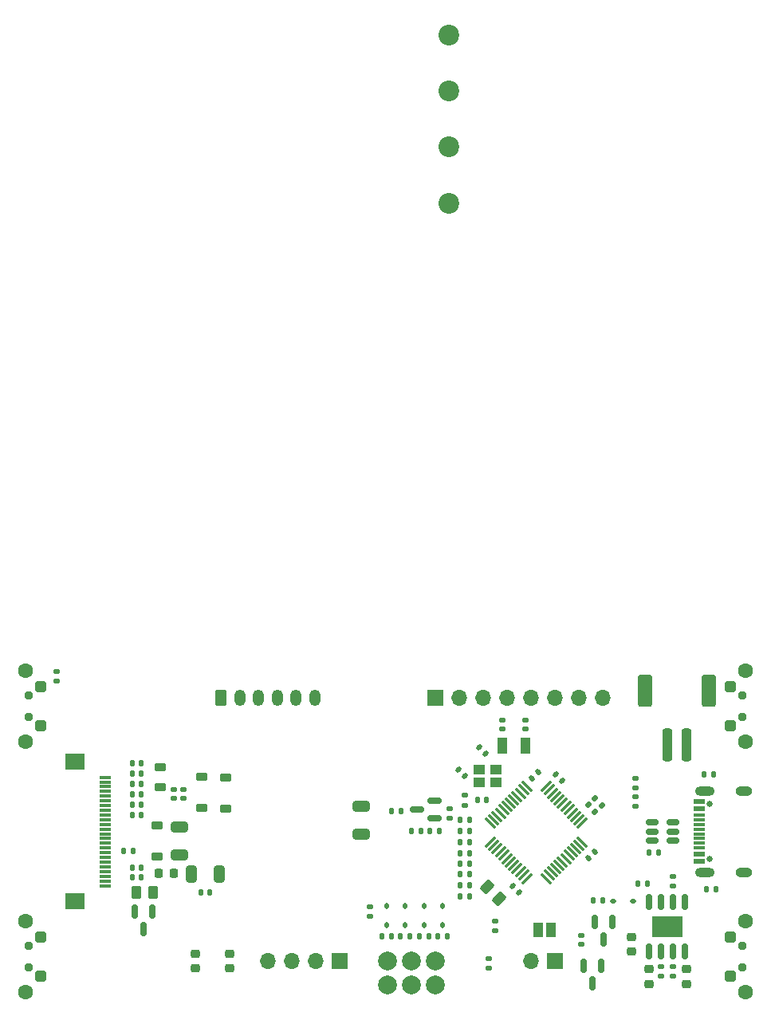
<source format=gbr>
%TF.GenerationSoftware,KiCad,Pcbnew,7.0.5*%
%TF.CreationDate,2023-10-22T09:55:20+02:00*%
%TF.ProjectId,USB E-Ink thing,55534220-452d-4496-9e6b-207468696e67,rev?*%
%TF.SameCoordinates,Original*%
%TF.FileFunction,Soldermask,Top*%
%TF.FilePolarity,Negative*%
%FSLAX46Y46*%
G04 Gerber Fmt 4.6, Leading zero omitted, Abs format (unit mm)*
G04 Created by KiCad (PCBNEW 7.0.5) date 2023-10-22 09:55:20*
%MOMM*%
%LPD*%
G01*
G04 APERTURE LIST*
G04 Aperture macros list*
%AMRoundRect*
0 Rectangle with rounded corners*
0 $1 Rounding radius*
0 $2 $3 $4 $5 $6 $7 $8 $9 X,Y pos of 4 corners*
0 Add a 4 corners polygon primitive as box body*
4,1,4,$2,$3,$4,$5,$6,$7,$8,$9,$2,$3,0*
0 Add four circle primitives for the rounded corners*
1,1,$1+$1,$2,$3*
1,1,$1+$1,$4,$5*
1,1,$1+$1,$6,$7*
1,1,$1+$1,$8,$9*
0 Add four rect primitives between the rounded corners*
20,1,$1+$1,$2,$3,$4,$5,0*
20,1,$1+$1,$4,$5,$6,$7,0*
20,1,$1+$1,$6,$7,$8,$9,0*
20,1,$1+$1,$8,$9,$2,$3,0*%
G04 Aperture macros list end*
%ADD10RoundRect,0.135000X0.135000X0.185000X-0.135000X0.185000X-0.135000X-0.185000X0.135000X-0.185000X0*%
%ADD11RoundRect,0.135000X-0.135000X-0.185000X0.135000X-0.185000X0.135000X0.185000X-0.135000X0.185000X0*%
%ADD12C,0.950000*%
%ADD13C,1.600000*%
%ADD14RoundRect,0.300000X-0.300000X-0.300000X0.300000X-0.300000X0.300000X0.300000X-0.300000X0.300000X0*%
%ADD15RoundRect,0.300000X0.300000X0.300000X-0.300000X0.300000X-0.300000X-0.300000X0.300000X-0.300000X0*%
%ADD16RoundRect,0.140000X-0.219203X-0.021213X-0.021213X-0.219203X0.219203X0.021213X0.021213X0.219203X0*%
%ADD17RoundRect,0.140000X-0.140000X-0.170000X0.140000X-0.170000X0.140000X0.170000X-0.140000X0.170000X0*%
%ADD18C,2.200000*%
%ADD19RoundRect,0.250000X0.650000X-0.325000X0.650000X0.325000X-0.650000X0.325000X-0.650000X-0.325000X0*%
%ADD20RoundRect,0.225000X0.375000X-0.225000X0.375000X0.225000X-0.375000X0.225000X-0.375000X-0.225000X0*%
%ADD21RoundRect,0.140000X0.219203X0.021213X0.021213X0.219203X-0.219203X-0.021213X-0.021213X-0.219203X0*%
%ADD22RoundRect,0.075000X-0.521491X0.415425X0.415425X-0.521491X0.521491X-0.415425X-0.415425X0.521491X0*%
%ADD23RoundRect,0.075000X-0.521491X-0.415425X-0.415425X-0.521491X0.521491X0.415425X0.415425X0.521491X0*%
%ADD24RoundRect,0.140000X-0.170000X0.140000X-0.170000X-0.140000X0.170000X-0.140000X0.170000X0.140000X0*%
%ADD25C,2.000000*%
%ADD26R,1.000000X1.800000*%
%ADD27RoundRect,0.150000X-0.150000X0.675000X-0.150000X-0.675000X0.150000X-0.675000X0.150000X0.675000X0*%
%ADD28C,0.800000*%
%ADD29R,3.292000X2.313000*%
%ADD30RoundRect,0.135000X-0.226274X-0.035355X-0.035355X-0.226274X0.226274X0.035355X0.035355X0.226274X0*%
%ADD31RoundRect,0.218750X-0.256250X0.218750X-0.256250X-0.218750X0.256250X-0.218750X0.256250X0.218750X0*%
%ADD32RoundRect,0.150000X0.587500X0.150000X-0.587500X0.150000X-0.587500X-0.150000X0.587500X-0.150000X0*%
%ADD33RoundRect,0.135000X0.226274X0.035355X0.035355X0.226274X-0.226274X-0.035355X-0.035355X-0.226274X0*%
%ADD34RoundRect,0.150000X-0.150000X0.587500X-0.150000X-0.587500X0.150000X-0.587500X0.150000X0.587500X0*%
%ADD35RoundRect,0.112500X-0.112500X0.187500X-0.112500X-0.187500X0.112500X-0.187500X0.112500X0.187500X0*%
%ADD36RoundRect,0.140000X0.170000X-0.140000X0.170000X0.140000X-0.170000X0.140000X-0.170000X-0.140000X0*%
%ADD37RoundRect,0.250000X0.262500X0.450000X-0.262500X0.450000X-0.262500X-0.450000X0.262500X-0.450000X0*%
%ADD38RoundRect,0.135000X0.185000X-0.135000X0.185000X0.135000X-0.185000X0.135000X-0.185000X-0.135000X0*%
%ADD39R,1.700000X1.700000*%
%ADD40O,1.700000X1.700000*%
%ADD41RoundRect,0.140000X0.140000X0.170000X-0.140000X0.170000X-0.140000X-0.170000X0.140000X-0.170000X0*%
%ADD42R,1.000000X1.500000*%
%ADD43RoundRect,0.140000X0.021213X-0.219203X0.219203X-0.021213X-0.021213X0.219203X-0.219203X0.021213X0*%
%ADD44RoundRect,0.135000X-0.185000X0.135000X-0.185000X-0.135000X0.185000X-0.135000X0.185000X0.135000X0*%
%ADD45RoundRect,0.225000X0.250000X-0.225000X0.250000X0.225000X-0.250000X0.225000X-0.250000X-0.225000X0*%
%ADD46C,0.650000*%
%ADD47R,1.240000X0.600000*%
%ADD48R,1.240000X0.300000*%
%ADD49O,2.100000X1.000000*%
%ADD50O,1.800000X1.000000*%
%ADD51RoundRect,0.250000X-0.350000X-0.625000X0.350000X-0.625000X0.350000X0.625000X-0.350000X0.625000X0*%
%ADD52O,1.200000X1.750000*%
%ADD53RoundRect,0.250000X-0.503814X-0.132583X-0.132583X-0.503814X0.503814X0.132583X0.132583X0.503814X0*%
%ADD54RoundRect,0.218750X-0.218750X-0.256250X0.218750X-0.256250X0.218750X0.256250X-0.218750X0.256250X0*%
%ADD55RoundRect,0.225000X-0.375000X0.225000X-0.375000X-0.225000X0.375000X-0.225000X0.375000X0.225000X0*%
%ADD56RoundRect,0.150000X0.512500X0.150000X-0.512500X0.150000X-0.512500X-0.150000X0.512500X-0.150000X0*%
%ADD57RoundRect,0.218750X0.256250X-0.218750X0.256250X0.218750X-0.256250X0.218750X-0.256250X-0.218750X0*%
%ADD58RoundRect,0.140000X-0.021213X0.219203X-0.219203X0.021213X0.021213X-0.219203X0.219203X-0.021213X0*%
%ADD59R,2.000000X1.800000*%
%ADD60R,1.200000X0.300000*%
%ADD61RoundRect,0.218750X0.381250X-0.218750X0.381250X0.218750X-0.381250X0.218750X-0.381250X-0.218750X0*%
%ADD62RoundRect,0.250000X0.250000X1.500000X-0.250000X1.500000X-0.250000X-1.500000X0.250000X-1.500000X0*%
%ADD63RoundRect,0.250001X0.499999X1.449999X-0.499999X1.449999X-0.499999X-1.449999X0.499999X-1.449999X0*%
%ADD64RoundRect,0.250000X-0.325000X-0.650000X0.325000X-0.650000X0.325000X0.650000X-0.325000X0.650000X0*%
%ADD65RoundRect,0.112500X-0.187500X-0.112500X0.187500X-0.112500X0.187500X0.112500X-0.187500X0.112500X0*%
%ADD66R,1.150000X1.000000*%
G04 APERTURE END LIST*
D10*
%TO.C,R24*%
X148420000Y-118300000D03*
X147400000Y-118300000D03*
%TD*%
%TO.C,R26*%
X148420000Y-117130000D03*
X147400000Y-117130000D03*
%TD*%
D11*
%TO.C,R11*%
X144200000Y-118275000D03*
X145220000Y-118275000D03*
%TD*%
D12*
%TO.C,SW3*%
X177400000Y-103900000D03*
X177400000Y-106200000D03*
D13*
X177700000Y-101300000D03*
X177700000Y-108800000D03*
D14*
X176100000Y-107150000D03*
D15*
X176100000Y-102950000D03*
%TD*%
D11*
%TO.C,R3*%
X145050000Y-129470000D03*
X146070000Y-129470000D03*
%TD*%
D10*
%TO.C,R15*%
X174570000Y-124500000D03*
X173550000Y-124500000D03*
%TD*%
D16*
%TO.C,C5*%
X157560589Y-112300589D03*
X158239411Y-112979411D03*
%TD*%
D17*
%TO.C,C16*%
X112600000Y-116600000D03*
X113560000Y-116600000D03*
%TD*%
D18*
%TO.C,H3*%
X146202500Y-45680000D03*
%TD*%
D17*
%TO.C,C6*%
X149250000Y-115010000D03*
X150210000Y-115010000D03*
%TD*%
D19*
%TO.C,TH1*%
X136880000Y-118665000D03*
X136880000Y-115715000D03*
%TD*%
D20*
%TO.C,D11*%
X119960000Y-115865000D03*
X119960000Y-112565000D03*
%TD*%
D21*
%TO.C,C2*%
X147910000Y-112460000D03*
X147231178Y-111781178D03*
%TD*%
D22*
%TO.C,U1*%
X154511212Y-113572124D03*
X154157658Y-113925678D03*
X153804105Y-114279231D03*
X153450551Y-114632785D03*
X153096998Y-114986338D03*
X152743445Y-115339891D03*
X152389891Y-115693445D03*
X152036338Y-116046998D03*
X151682785Y-116400551D03*
X151329231Y-116754105D03*
X150975678Y-117107658D03*
X150622124Y-117461212D03*
D23*
X150622124Y-119458788D03*
X150975678Y-119812342D03*
X151329231Y-120165895D03*
X151682785Y-120519449D03*
X152036338Y-120873002D03*
X152389891Y-121226555D03*
X152743445Y-121580109D03*
X153096998Y-121933662D03*
X153450551Y-122287215D03*
X153804105Y-122640769D03*
X154157658Y-122994322D03*
X154511212Y-123347876D03*
D22*
X156508788Y-123347876D03*
X156862342Y-122994322D03*
X157215895Y-122640769D03*
X157569449Y-122287215D03*
X157923002Y-121933662D03*
X158276555Y-121580109D03*
X158630109Y-121226555D03*
X158983662Y-120873002D03*
X159337215Y-120519449D03*
X159690769Y-120165895D03*
X160044322Y-119812342D03*
X160397876Y-119458788D03*
D23*
X160397876Y-117461212D03*
X160044322Y-117107658D03*
X159690769Y-116754105D03*
X159337215Y-116400551D03*
X158983662Y-116046998D03*
X158630109Y-115693445D03*
X158276555Y-115339891D03*
X157923002Y-114986338D03*
X157569449Y-114632785D03*
X157215895Y-114279231D03*
X156862342Y-113925678D03*
X156508788Y-113572124D03*
%TD*%
D24*
%TO.C,C25*%
X118040000Y-113890000D03*
X118040000Y-114850000D03*
%TD*%
D25*
%TO.C,J5*%
X139700000Y-132080000D03*
X142240000Y-132080000D03*
X144780000Y-132080000D03*
X144780000Y-134620000D03*
X142240000Y-134620000D03*
X139700000Y-134620000D03*
%TD*%
D26*
%TO.C,Y2*%
X151849411Y-109199411D03*
X154349411Y-109199411D03*
%TD*%
D21*
%TO.C,C7*%
X153709411Y-124789411D03*
X153030589Y-124110589D03*
%TD*%
D27*
%TO.C,U3*%
X171315000Y-125835000D03*
X170045000Y-125835000D03*
X168775000Y-125835000D03*
X167505000Y-125835000D03*
X167505000Y-131085000D03*
X168775000Y-131085000D03*
X170045000Y-131085000D03*
X171315000Y-131085000D03*
D28*
X170410000Y-127960000D03*
X169410000Y-127960000D03*
X168410000Y-127960000D03*
D29*
X169410000Y-128460000D03*
X169410000Y-128460000D03*
D28*
X170410000Y-128960000D03*
X169410000Y-128960000D03*
X168410000Y-128960000D03*
%TD*%
D30*
%TO.C,R14*%
X161719376Y-114849376D03*
X162440624Y-115570624D03*
%TD*%
D31*
%TO.C,D8*%
X171450000Y-132962500D03*
X171450000Y-134537500D03*
%TD*%
D32*
%TO.C,Q1*%
X144710000Y-116950000D03*
X144710000Y-115050000D03*
X142835000Y-116000000D03*
%TD*%
D12*
%TO.C,SW4*%
X177400000Y-130500000D03*
X177400000Y-132800000D03*
D13*
X177700000Y-127900000D03*
X177700000Y-135400000D03*
D14*
X176100000Y-133750000D03*
D15*
X176100000Y-129550000D03*
%TD*%
D33*
%TO.C,R13*%
X161740624Y-116250624D03*
X161019376Y-115529376D03*
%TD*%
D34*
%TO.C,U4*%
X162400000Y-132592500D03*
X160500000Y-132592500D03*
X161450000Y-134467500D03*
%TD*%
D35*
%TO.C,D6*%
X143570000Y-126220000D03*
X143570000Y-128320000D03*
%TD*%
D36*
%TO.C,C12*%
X160280000Y-130340000D03*
X160280000Y-129380000D03*
%TD*%
D10*
%TO.C,R27*%
X148420000Y-120640000D03*
X147400000Y-120640000D03*
%TD*%
%TO.C,R5*%
X148420000Y-124080000D03*
X147400000Y-124080000D03*
%TD*%
D36*
%TO.C,C4*%
X151849411Y-107460000D03*
X151849411Y-106500000D03*
%TD*%
D18*
%TO.C,H4*%
X146202500Y-51630000D03*
%TD*%
D37*
%TO.C,R23*%
X114825000Y-124800000D03*
X113000000Y-124800000D03*
%TD*%
D38*
%TO.C,R17*%
X168770000Y-133700000D03*
X168770000Y-132680000D03*
%TD*%
%TO.C,R29*%
X104540000Y-102380000D03*
X104540000Y-101360000D03*
%TD*%
D39*
%TO.C,J3*%
X144780000Y-104140000D03*
D40*
X147320000Y-104140000D03*
X149860000Y-104140000D03*
X152400000Y-104140000D03*
X154940000Y-104140000D03*
X157480000Y-104140000D03*
X160020000Y-104140000D03*
X162560000Y-104140000D03*
%TD*%
D11*
%TO.C,R6*%
X139080000Y-129470000D03*
X140100000Y-129470000D03*
%TD*%
D24*
%TO.C,C24*%
X117000000Y-113890000D03*
X117000000Y-114850000D03*
%TD*%
D36*
%TO.C,C3*%
X154349411Y-107460000D03*
X154349411Y-106500000D03*
%TD*%
D11*
%TO.C,R28*%
X111690000Y-120400000D03*
X112710000Y-120400000D03*
%TD*%
D41*
%TO.C,C11*%
X162520000Y-125690000D03*
X161560000Y-125690000D03*
%TD*%
D12*
%TO.C,SW1*%
X101600000Y-106200000D03*
X101600000Y-103900000D03*
D13*
X101300000Y-108800000D03*
X101300000Y-101300000D03*
D15*
X102900000Y-102950000D03*
D14*
X102900000Y-107150000D03*
%TD*%
D17*
%TO.C,C20*%
X112600000Y-123200000D03*
X113560000Y-123200000D03*
%TD*%
D10*
%TO.C,R16*%
X174360000Y-112270000D03*
X173340000Y-112270000D03*
%TD*%
D42*
%TO.C,JP1*%
X157020000Y-128790000D03*
X155720000Y-128790000D03*
%TD*%
D38*
%TO.C,R12*%
X147930000Y-115550000D03*
X147930000Y-114530000D03*
%TD*%
D43*
%TO.C,C26*%
X155030000Y-112720000D03*
X155708822Y-112041178D03*
%TD*%
D17*
%TO.C,C15*%
X112600000Y-115506000D03*
X113560000Y-115506000D03*
%TD*%
D10*
%TO.C,R25*%
X148420000Y-121810000D03*
X147400000Y-121810000D03*
%TD*%
D12*
%TO.C,SW2*%
X101600000Y-132800000D03*
X101600000Y-130500000D03*
D13*
X101300000Y-135400000D03*
X101300000Y-127900000D03*
D15*
X102900000Y-129550000D03*
D14*
X102900000Y-133750000D03*
%TD*%
D38*
%TO.C,R20*%
X166060000Y-115660000D03*
X166060000Y-114640000D03*
%TD*%
D11*
%TO.C,R10*%
X142225000Y-118275000D03*
X143245000Y-118275000D03*
%TD*%
D10*
%TO.C,R22*%
X167310000Y-123880000D03*
X166290000Y-123880000D03*
%TD*%
D11*
%TO.C,R7*%
X140150000Y-116170000D03*
X141170000Y-116170000D03*
%TD*%
D19*
%TO.C,C21*%
X117640000Y-120860000D03*
X117640000Y-117910000D03*
%TD*%
D44*
%TO.C,R32*%
X150470000Y-131860000D03*
X150470000Y-132880000D03*
%TD*%
%TO.C,R33*%
X151130000Y-127850000D03*
X151130000Y-128870000D03*
%TD*%
D18*
%TO.C,H2*%
X146202500Y-39730000D03*
%TD*%
D31*
%TO.C,D7*%
X167430000Y-132982500D03*
X167430000Y-134557500D03*
%TD*%
D45*
%TO.C,C10*%
X165570000Y-131090000D03*
X165570000Y-129540000D03*
%TD*%
D46*
%TO.C,J6*%
X173885000Y-121240000D03*
X173885000Y-115460000D03*
D47*
X172765000Y-121550000D03*
X172765000Y-120750000D03*
D48*
X172765000Y-119600000D03*
X172765000Y-118600000D03*
X172765000Y-118100000D03*
X172765000Y-117100000D03*
D47*
X172765000Y-115950000D03*
X172765000Y-115150000D03*
X172765000Y-115150000D03*
X172765000Y-115950000D03*
D48*
X172765000Y-116600000D03*
X172765000Y-117600000D03*
X172765000Y-119100000D03*
X172765000Y-120100000D03*
D47*
X172765000Y-120750000D03*
X172765000Y-121550000D03*
D49*
X173365000Y-122670000D03*
D50*
X177565000Y-122670000D03*
D49*
X173365000Y-114030000D03*
D50*
X177565000Y-114030000D03*
%TD*%
D11*
%TO.C,R1*%
X141070000Y-129470000D03*
X142090000Y-129470000D03*
%TD*%
D17*
%TO.C,C13*%
X112590000Y-111130000D03*
X113550000Y-111130000D03*
%TD*%
D10*
%TO.C,R2*%
X148400000Y-125230000D03*
X147380000Y-125230000D03*
%TD*%
D34*
%TO.C,Q3*%
X114750000Y-126862500D03*
X112850000Y-126862500D03*
X113800000Y-128737500D03*
%TD*%
D35*
%TO.C,D1*%
X141580000Y-126220000D03*
X141580000Y-128320000D03*
%TD*%
D38*
%TO.C,R21*%
X166060000Y-113720000D03*
X166060000Y-112700000D03*
%TD*%
%TO.C,R18*%
X170050000Y-133720000D03*
X170050000Y-132700000D03*
%TD*%
D17*
%TO.C,C14*%
X112600000Y-113318000D03*
X113560000Y-113318000D03*
%TD*%
D51*
%TO.C,J9*%
X122000000Y-104140000D03*
D52*
X124000000Y-104140000D03*
X126000000Y-104140000D03*
X128000000Y-104140000D03*
X130000000Y-104140000D03*
X132000000Y-104140000D03*
%TD*%
D39*
%TO.C,J8*%
X157480000Y-132080000D03*
D40*
X154940000Y-132080000D03*
%TD*%
D53*
%TO.C,R30*%
X150284765Y-124194765D03*
X151575235Y-125485235D03*
%TD*%
D54*
%TO.C,L1*%
X115412500Y-122800000D03*
X116987500Y-122800000D03*
%TD*%
D35*
%TO.C,D5*%
X139590000Y-126220000D03*
X139590000Y-128320000D03*
%TD*%
D38*
%TO.C,R19*%
X170040000Y-124160000D03*
X170040000Y-123140000D03*
%TD*%
D18*
%TO.C,H1*%
X146202500Y-33780000D03*
%TD*%
D55*
%TO.C,D10*%
X122470000Y-112610000D03*
X122470000Y-115910000D03*
%TD*%
D17*
%TO.C,C19*%
X112600000Y-112224000D03*
X113560000Y-112224000D03*
%TD*%
D11*
%TO.C,R9*%
X143060000Y-129470000D03*
X144080000Y-129470000D03*
%TD*%
D56*
%TO.C,U2*%
X170040000Y-119300000D03*
X170040000Y-118350000D03*
X170040000Y-117400000D03*
X167765000Y-117400000D03*
X167765000Y-118350000D03*
X167765000Y-119300000D03*
%TD*%
D39*
%TO.C,J4*%
X134620000Y-132080000D03*
D40*
X132080000Y-132080000D03*
X129540000Y-132080000D03*
X127000000Y-132080000D03*
%TD*%
D57*
%TO.C,D2*%
X122895000Y-132875000D03*
X122895000Y-131300000D03*
%TD*%
D58*
%TO.C,C8*%
X161670000Y-120490000D03*
X160991178Y-121168822D03*
%TD*%
D21*
%TO.C,C1*%
X150110000Y-110060000D03*
X149431178Y-109381178D03*
%TD*%
D59*
%TO.C,DS1*%
X106550000Y-110950000D03*
X106550000Y-125750000D03*
D60*
X109700000Y-124100000D03*
X109700000Y-123600000D03*
X109700000Y-123100000D03*
X109700000Y-122600000D03*
X109700000Y-122100000D03*
X109700000Y-121600000D03*
X109700000Y-121100000D03*
X109700000Y-120600000D03*
X109700000Y-120100000D03*
X109700000Y-119600000D03*
X109700000Y-119100000D03*
X109700000Y-118600000D03*
X109700000Y-118100000D03*
X109700000Y-117600000D03*
X109700000Y-117100000D03*
X109700000Y-116600000D03*
X109700000Y-116100000D03*
X109700000Y-115600000D03*
X109700000Y-115100000D03*
X109700000Y-114600000D03*
X109700000Y-114100000D03*
X109700000Y-113600000D03*
X109700000Y-113100000D03*
X109700000Y-112600000D03*
%TD*%
D61*
%TO.C,FB1*%
X115540000Y-113675000D03*
X115540000Y-111550000D03*
%TD*%
D35*
%TO.C,D3*%
X145560000Y-126220000D03*
X145560000Y-128320000D03*
%TD*%
D17*
%TO.C,C17*%
X119880000Y-124800000D03*
X120840000Y-124800000D03*
%TD*%
%TO.C,C18*%
X112600000Y-122200000D03*
X113560000Y-122200000D03*
%TD*%
D62*
%TO.C,BT1*%
X171430000Y-109150000D03*
X169430000Y-109150000D03*
D63*
X173780000Y-103400000D03*
X167080000Y-103400000D03*
%TD*%
D55*
%TO.C,D12*%
X115220000Y-117710000D03*
X115220000Y-121010000D03*
%TD*%
D10*
%TO.C,R31*%
X148420000Y-122850000D03*
X147400000Y-122850000D03*
%TD*%
D34*
%TO.C,Q2*%
X163590709Y-127951500D03*
X161690709Y-127951500D03*
X162640709Y-129826500D03*
%TD*%
D64*
%TO.C,C22*%
X118895000Y-122860000D03*
X121845000Y-122860000D03*
%TD*%
D65*
%TO.C,D9*%
X163660000Y-125710000D03*
X165760000Y-125710000D03*
%TD*%
D10*
%TO.C,R34*%
X148420000Y-119470000D03*
X147400000Y-119470000D03*
%TD*%
D44*
%TO.C,R4*%
X137840000Y-126370000D03*
X137840000Y-127390000D03*
%TD*%
D57*
%TO.C,D4*%
X119320000Y-132875000D03*
X119320000Y-131300000D03*
%TD*%
D66*
%TO.C,Y1*%
X149435000Y-113160000D03*
X151185000Y-113160000D03*
X151185000Y-111760000D03*
X149435000Y-111760000D03*
%TD*%
D17*
%TO.C,C23*%
X112600000Y-114412000D03*
X113560000Y-114412000D03*
%TD*%
D38*
%TO.C,R8*%
X146335000Y-116960000D03*
X146335000Y-115940000D03*
%TD*%
D41*
%TO.C,C9*%
X168470000Y-120620000D03*
X167510000Y-120620000D03*
%TD*%
M02*

</source>
